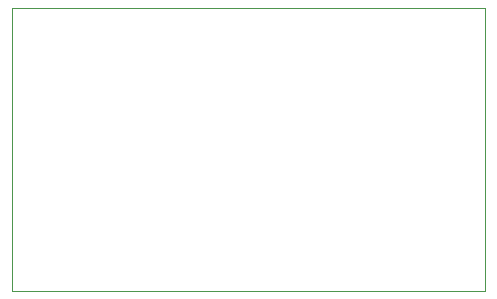
<source format=gm1>
%TF.GenerationSoftware,KiCad,Pcbnew,(6.0.7)*%
%TF.CreationDate,2022-10-09T14:23:21+03:00*%
%TF.ProjectId,mc34063-step-down,6d633334-3036-4332-9d73-7465702d646f,rev?*%
%TF.SameCoordinates,Original*%
%TF.FileFunction,Profile,NP*%
%FSLAX46Y46*%
G04 Gerber Fmt 4.6, Leading zero omitted, Abs format (unit mm)*
G04 Created by KiCad (PCBNEW (6.0.7)) date 2022-10-09 14:23:21*
%MOMM*%
%LPD*%
G01*
G04 APERTURE LIST*
%TA.AperFunction,Profile*%
%ADD10C,0.100000*%
%TD*%
G04 APERTURE END LIST*
D10*
X71500000Y-45500000D02*
X111500000Y-45500000D01*
X111500000Y-45500000D02*
X111500000Y-69500000D01*
X111500000Y-69500000D02*
X71500000Y-69500000D01*
X71500000Y-69500000D02*
X71500000Y-45500000D01*
M02*

</source>
